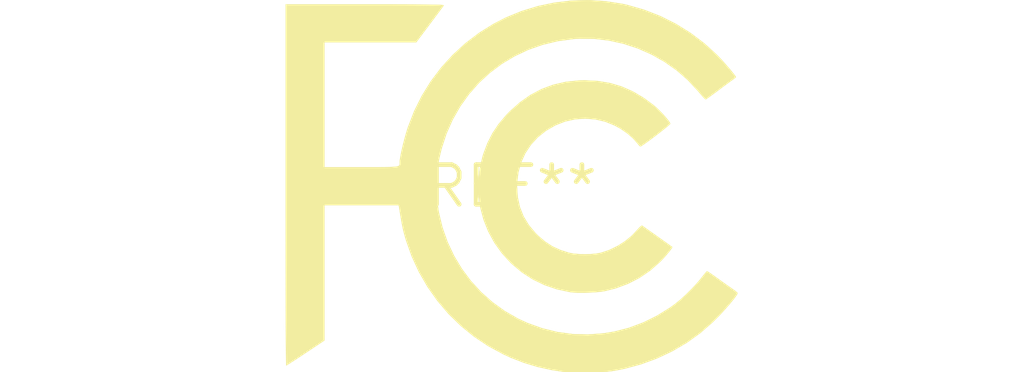
<source format=kicad_pcb>
(kicad_pcb (version 20240108) (generator pcbnew)
  (layers (0 "F.Cu" signal) (31 "B.Cu" signal) (34 "B.Paste" user) (35 "F.Paste" user) (36 "B.SilkS" user "B.Silkscreen") (37 "F.SilkS" user "F.Silkscreen") (38 "B.Mask" user) (39 "F.Mask" user) (44 "Edge.Cuts" user))
  (net 0 "")
  (footprint "FCC-Logo_14.6x12mm_SilkScreen" (layer "F.Cu") (at 0 0)
    (property "Reference" "REF**")
    (property "Value" "FCC-Logo_14.6x12mm_SilkScreen")
    (fp_poly (pts (xy 2.744904 -3.367191) (xy 3.137257 -3.302011) (xy 3.510533 -3.191117) (xy 3.869871 -3.03266) (xy 4.220411 -2.82479) (xy 4.529368 -2.596559) (xy 4.623749 -2.514867) (xy 4.724709 -2.418252) (xy 4.824773 -2.315021) (xy 4.916466 -2.213483) (xy 4.992315 -2.121946) (xy 5.044844 -2.048717) (xy 5.066579 -2.002105) (xy 5.066771 -1.99924) (xy 5.046566 -1.975281) (xy 4.990889 -1.925957) (xy 4.907147 -1.856912) (xy 4.802747 -1.773791) (xy 4.685098 -1.682238) (xy 4.561605 -1.587897) (xy 4.439676 -1.496411) (xy 4.32672 -1.413426) (xy 4.230142 -1.344585) (xy 4.15735 -1.295532) (xy 4.115751 -1.271911) (xy 4.110543 -1.270625) (xy 4.08308 -1.290605) (xy 4.037995 -1.340944) (xy 4.008438 -1.379158) (xy 3.87235 -1.533632) (xy 3.695421 -1.686973) (xy 3.489137 -1.830177) (xy 3.29113 -1.941326) (xy 2.98819 -2.064362) (xy 2.670856 -2.13887) (xy 2.345902 -2.164819) (xy 2.020103 -2.142181) (xy 1.700232 -2.070924) (xy 1.393064 -1.95102) (xy 1.390357 -1.94971) (xy 1.091014 -1.776889) (xy 0.829578 -1.568587) (xy 0.608072 -1.328018) (xy 0.428516 -1.058396) (xy 0.292933 -0.762936) (xy 0.203345 -0.444851) (xy 0.161773 -0.107355) (xy 0.158936 0.008006) (xy 0.18193 0.35064) (xy 0.251926 0.669452) (xy 0.369754 0.966367) (xy 0.536244 1.24331) (xy 0.752224 1.502205) (xy 0.840615 1.589813) (xy 1.064442 1.779493) (xy 1.29631 1.928826) (xy 1.550403 2.045631) (xy 1.828827 2.13453) (xy 1.969104 2.160481) (xy 2.14419 2.175876) (xy 2.337041 2.180715) (xy 2.530613 2.174997) (xy 2.707862 2.158724) (xy 2.841425 2.134538) (xy 3.104869 2.047917) (xy 3.36678 1.922616) (xy 3.614122 1.766751) (xy 3.833857 1.58844) (xy 3.998197 1.414299) (xy 4.072187 1.329645) (xy 4.129302 1.277524) (xy 4.163518 1.263337) (xy 4.165523 1.264259) (xy 4.192655 1.283) (xy 4.255144 1.326924) (xy 4.345236 1.390532) (xy 4.455176 1.468321) (xy 4.57721 1.554792) (xy 4.703584 1.644442) (xy 4.826543 1.73177) (xy 4.938334 1.811276) (xy 5.031202 1.877458) (xy 5.097393 1.924815) (xy 5.129152 1.947846) (xy 5.130011 1.948502) (xy 5.122451 1.973724) (xy 5.085332 2.02919) (xy 5.025397 2.106641) (xy 4.949386 2.197815) (xy 4.86404 2.294454) (xy 4.776102 2.388299) (xy 4.746375 2.418539) (xy 4.431227 2.697475) (xy 4.08523 2.934269) (xy 3.711755 3.127142) (xy 3.314168 3.274318) (xy 2.956819 3.362735) (xy 2.828467 3.381482) (xy 2.666027 3.396185) (xy 2.484364 3.40639) (xy 2.298343 3.411642) (xy 2.12283 3.411484) (xy 1.972691 3.405462) (xy 1.878542 3.395767) (xy 1.448594 3.305406) (xy 1.046486 3.170255) (xy 0.670814 2.989627) (xy 0.320177 2.762834) (xy -0.006829 2.48919) (xy -0.043533 2.454154) (xy -0.327359 2.143921) (xy -0.567681 1.806604) (xy -0.763434 1.446489) (xy -0.913549 1.067866) (xy -1.016961 0.675022) (xy -1.072603 0.272246) (xy -1.079409 -0.136174) (xy -1.036312 -0.54595) (xy -0.942245 -0.952793) (xy -0.913675 -1.044319) (xy -0.783676 -1.385773) (xy -0.625559 -1.695496) (xy -0.432321 -1.984705) (xy -0.196957 -2.264619) (xy -0.069594 -2.396355) (xy 0.253082 -2.684272) (xy 0.592384 -2.922094) (xy 0.949753 -3.110418) (xy 1.326631 -3.249839) (xy 1.724459 -3.340954) (xy 2.144678 -3.38436) (xy 2.328334 -3.388507) (xy 2.744904 -3.367191)) (layer "F.SilkS") (stroke (width 0.01)) (fill solid))
    (fp_poly (pts (xy 2.9929 -5.922614) (xy 3.528191 -5.839099) (xy 3.690938 -5.803152) (xy 4.228644 -5.649107) (xy 4.748511 -5.446588) (xy 5.246674 -5.197745) (xy 5.719271 -4.904727) (xy 6.162439 -4.569684) (xy 6.560784 -4.206328) (xy 6.645664 -4.118555) (xy 6.740928 -4.015353) (xy 6.840121 -3.904284) (xy 6.936791 -3.792912) (xy 7.024485 -3.688798) (xy 7.09675 -3.599506) (xy 7.147133 -3.532598) (xy 7.169181 -3.495636) (xy 7.169644 -3.492785) (xy 7.14949 -3.471333) (xy 7.0985 -3.431115) (xy 7.057196 -3.401459) (xy 6.998041 -3.359129) (xy 6.906574 -3.292227) (xy 6.792712 -3.208072) (xy 6.666372 -3.113983) (xy 6.582153 -3.050887) (xy 6.461933 -2.961446) (xy 6.356094 -2.884322) (xy 6.271945 -2.82471) (xy 6.216797 -2.787808) (xy 6.198507 -2.778128) (xy 6.174889 -2.797385) (xy 6.124811 -2.850066) (xy 6.055197 -2.928536) (xy 5.972972 -3.025165) (xy 5.957055 -3.044272) (xy 5.633428 -3.39327) (xy 5.27395 -3.706367) (xy 4.883402 -3.981563) (xy 4.466567 -4.216856) (xy 4.028225 -4.410245) (xy 3.573159 -4.559729) (xy 3.10615 -4.663308) (xy 2.631979 -4.71898) (xy 2.155428 -4.724744) (xy 1.969575 -4.713) (xy 1.466294 -4.644823) (xy 0.982345 -4.528658) (xy 0.520179 -4.366664) (xy 0.082246 -4.161005) (xy -0.329003 -3.913842) (xy -0.711116 -3.627337) (xy -1.061644 -3.303653) (xy -1.378135 -2.944952) (xy -1.658138 -2.553394) (xy -1.899203 -2.131144) (xy -2.098878 -1.680362) (xy -2.254714 -1.203211) (xy -2.321432 -0.927586) (xy -2.345303 -0.811057) (xy -2.363182 -0.709243) (xy -2.375943 -0.61103) (xy -2.384459 -0.505302) (xy -2.389604 -0.380944) (xy -2.392253 -0.226841) (xy -2.393279 -0.031878) (xy -2.393319 -0.013229) (xy -2.39267 0.20595) (xy -2.389359 0.382633) (xy -2.382793 0.527202) (xy -2.372382 0.650036) (xy -2.357534 0.761517) (xy -2.345107 0.833438) (xy -2.22841 1.319444) (xy -2.064615 1.785813) (xy -1.85617 2.229485) (xy -1.605525 2.647399) (xy -1.315127 3.036497) (xy -0.987425 3.393717) (xy -0.624868 3.716) (xy -0.229904 4.000285) (xy 0.195019 4.243514) (xy 0.493805 4.381374) (xy 0.967161 4.551748) (xy 1.449936 4.670234) (xy 1.940313 4.736654) (xy 2.436472 4.750829) (xy 2.936596 4.712582) (xy 3.285182 4.655102) (xy 3.744255 4.536578) (xy 4.196384 4.368222) (xy 4.634803 4.153117) (xy 5.052742 3.894347) (xy 5.221082 3.772977) (xy 5.384736 3.639906) (xy 5.562461 3.478901) (xy 5.740652 3.303492) (xy 5.905705 3.127207) (xy 6.044015 2.963575) (xy 6.073494 2.925334) (xy 6.140906 2.838728) (xy 6.197869 2.770996) (xy 6.236281 2.731502) (xy 6.246604 2.725209) (xy 6.275043 2.740025) (xy 6.337625 2.780693) (xy 6.425993 2.841543) (xy 6.531786 2.916905) (xy 6.568408 2.94349) (xy 6.696588 3.036206) (xy 6.8279 3.129894) (xy 6.947408 3.213971) (xy 7.040172 3.277856) (xy 7.044589 3.280834) (xy 7.127101 3.33911) (xy 7.189294 3.388228) (xy 7.220536 3.419622) (xy 7.222287 3.423999) (xy 7.205342 3.467671) (xy 7.156155 3.542675) (xy 7.07991 3.642936) (xy 6.981792 3.762376) (xy 6.866983 3.894917) (xy 6.740668 4.034482) (xy 6.60803 4.174995) (xy 6.474254 4.310379) (xy 6.426195 4.357288) (xy 6.031351 4.702422) (xy 5.600115 5.011904) (xy 5.137232 5.283366) (xy 4.647447 5.51444) (xy 4.135506 5.702758) (xy 3.606154 5.845953) (xy 3.33375 5.900362) (xy 3.190033 5.923186) (xy 3.045922 5.94022) (xy 2.888954 5.952382) (xy 2.706664 5.960587) (xy 2.486587 5.965754) (xy 2.434167 5.966543) (xy 2.259918 5.968394) (xy 2.098318 5.969051) (xy 1.95875 5.968559) (xy 1.850601 5.966964) (xy 1.783255 5.96431) (xy 1.772709 5.96335) (xy 1.27679 5.888949) (xy 0.816383 5.787495) (xy 0.379696 5.655651) (xy -0.045062 5.490085) (xy -0.277812 5.383467) (xy -0.763762 5.120448) (xy -1.220449 4.814766) (xy -1.645488 4.469343) (xy -2.03649 4.0871) (xy -2.391071 3.670958) (xy -2.706842 3.223838) (xy -2.981418 2.748661) (xy -3.21241 2.24835) (xy -3.397434 1.725824) (xy -3.465717 1.481667) (xy -3.485241 1.402665) (xy -3.503582 1.320623) (xy -3.522452 1.226398) (xy -3.543564 1.110848) (xy -3.568632 0.964829) (xy -3.599368 0.7792) (xy -3.61319 0.694531) (xy -3.627189 0.608542) (xy -6.006041 0.608542) (xy -6.006041 4.939668) (xy -6.608541 5.340563) (xy -6.767356 5.445785) (xy -6.911885 5.540681) (xy -7.036268 5.621471) (xy -7.13464 5.684374) (xy -7.20114 5.725611) (xy -7.229906 5.741403) (xy -7.230312 5.741459) (xy -7.232143 5.7154) (xy -7.233926 5.63882) (xy -7.235654 5.514117) (xy -7.237319 5.343687) (xy -7.238913 5.129925) (xy -7.240427 4.875228) (xy -7.241855 4.581993) (xy -7.243187 4.252617) (xy -7.244416 3.889494) (xy -7.245535 3.495022) (xy -7.246534 3.071597) (xy -7.247406 2.621616) (xy -7.248143 2.147475) (xy -7.248737 1.65157) (xy -7.24918 1.136297) (xy -7.249464 0.604054) (xy -7.24958 0.057236) (xy -7.249583 -0.039687) (xy -7.249583 -5.820833) (xy -4.708022 -5.820833) (xy -4.27024 -5.82071) (xy -3.882742 -5.820319) (xy -3.542895 -5.819624) (xy -3.248067 -5.818591) (xy -2.995625 -5.817186) (xy -2.782936 -5.815374) (xy -2.607369 -5.813121) (xy -2.46629 -5.810391) (xy -2.357067 -5.807152) (xy -2.277068 -5.803367) (xy -2.22366 -5.799003) (xy -2.19421 -5.794024) (xy -2.186086 -5.788398) (xy -2.186368 -5.78776) (xy -2.207006 -5.758533) (xy -2.255118 -5.692871) (xy -2.326361 -5.596622) (xy -2.416393 -5.475637) (xy -2.520872 -5.335762) (xy -2.635454 -5.182848) (xy -2.638178 -5.179219) (xy -3.070081 -4.60375) (xy -6.006041 -4.60375) (xy -6.006041 -0.608541) (xy -4.818247 -0.608541) (xy -4.532217 -0.608447) (xy -4.294626 -0.608534) (xy -4.100998 -0.609356) (xy -3.946856 -0.611467) (xy -3.827723 -0.615421) (xy -3.739125 -0.621771) (xy -3.676583 -0.631073) (xy -3.635621 -0.64388) (xy -3.611764 -0.660745) (xy -3.600535 -0.682224) (xy -3.597458 -0.708869) (xy -3.598055 -0.741235) (xy -3.598333 -0.759517) (xy -3.59082 -0.845183) (xy -3.569925 -0.970843) (xy -3.538117 -1.126) (xy -3.497865 -1.30016) (xy -3.451639 -1.482828) (xy -3.401906 -1.66351) (xy -3.351135 -1.83171) (xy -3.333026 -1.887347) (xy -3.134146 -2.401713) (xy -2.888858 -2.893276) (xy -2.599813 -3.359064) (xy -2.269662 -3.796102) (xy -1.901058 -4.201418) (xy -1.496653 -4.572039) (xy -1.059097 -4.904992) (xy -0.591043 -5.197305) (xy -0.202507 -5.397052) (xy 0.300723 -5.604009) (xy 0.822992 -5.763982) (xy 1.358823 -5.876401) (xy 1.902737 -5.940693) (xy 2.449256 -5.956288) (xy 2.9929 -5.922614)) (layer "F.SilkS") (stroke (width 0.01)) (fill solid))
  )
)
</source>
